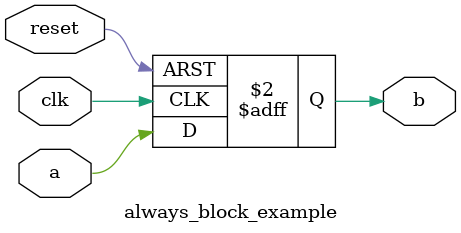
<source format=v>
`timescale 1ns / 1ps

module always_block_example (
    input wire clk,
    input wire reset,
    input wire a,
    output reg b
);
    always @(posedge clk or posedge reset) begin
        if (reset)
            b <= 0;
        else
            b <= a;
    end
endmodule

</source>
